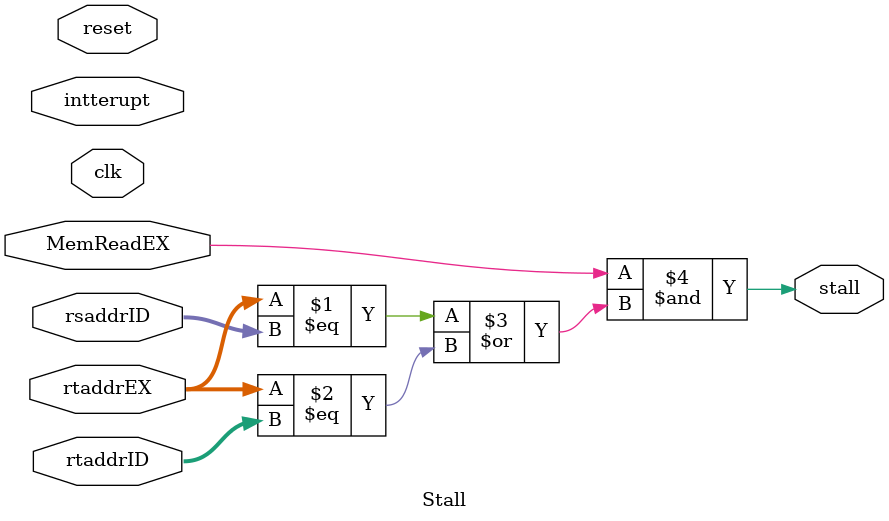
<source format=v>
module Stall(clk,reset,intterupt,
    MemReadEX,rtaddrEX,rtaddrID,rsaddrID,stall);

    input clk,reset,intterupt;
    input MemReadEX;
    input [4:0] rtaddrEX,rsaddrID,rtaddrID;
    output stall;

    assign stall=MemReadEX & ((rtaddrEX==rsaddrID) | (rtaddrEX==rtaddrID));

endmodule
</source>
